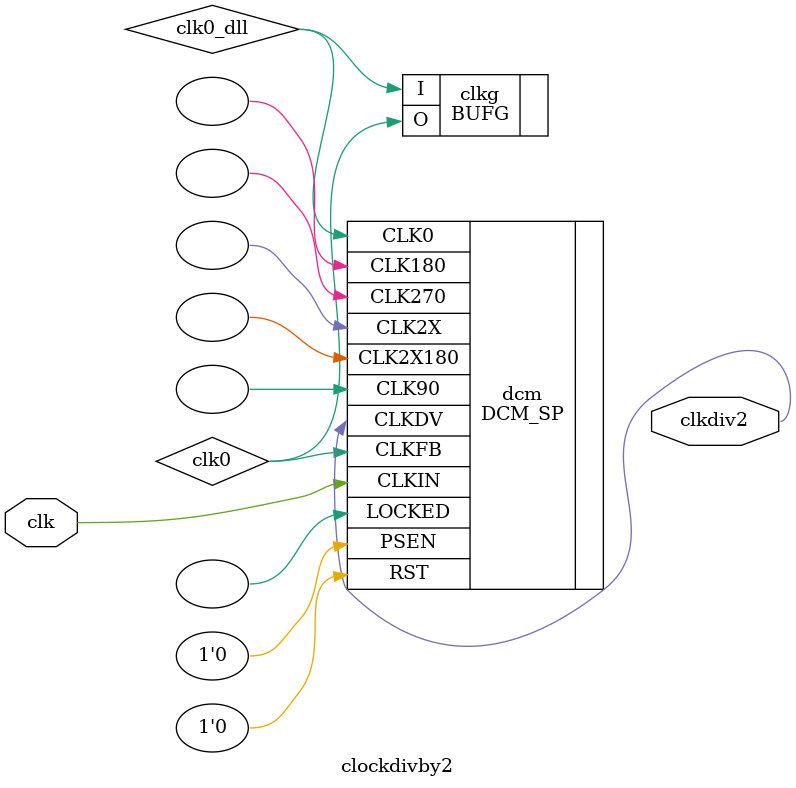
<source format=v>
`timescale 1ns / 1ps
module clockdivby2(input clk, output clkdiv2);

// Do not delete the following line; it is not a comment!
//synthesis attribute CLKDV_DIVIDE of dcm is 2
 
DCM_SP dcm (.CLKIN(clk), .CLKFB(clk0), .RST(1'b0), .PSEN(1'b0),
            .CLK0(clk0_dll), .CLK90(), .CLK180(), .CLK270(),
            .CLK2X(), .CLK2X180(), .CLKDV(clkdiv2), .LOCKED());

BUFG   clkg   (.I(clk0_dll), .O(clk0));
   
endmodule

</source>
